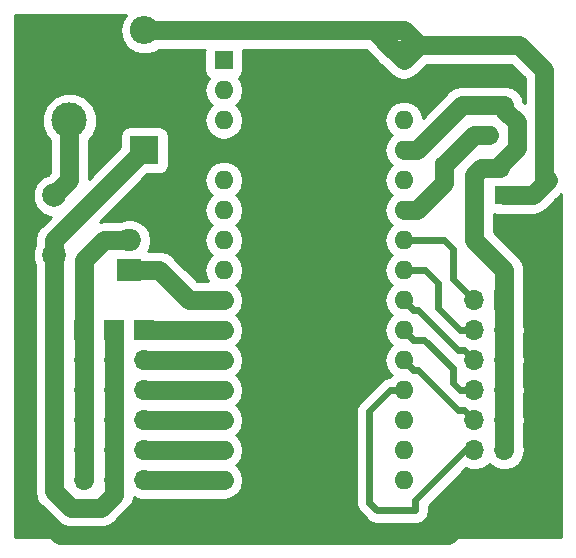
<source format=gbr>
G04 #@! TF.GenerationSoftware,KiCad,Pcbnew,(5.0.1)-4*
G04 #@! TF.CreationDate,2020-10-18T21:08:22+02:00*
G04 #@! TF.ProjectId,Linky_hot_water_controller,4C696E6B795F686F745F77617465725F,rev?*
G04 #@! TF.SameCoordinates,PX6422c40PY7270e00*
G04 #@! TF.FileFunction,Copper,L2,Bot,Signal*
G04 #@! TF.FilePolarity,Positive*
%FSLAX46Y46*%
G04 Gerber Fmt 4.6, Leading zero omitted, Abs format (unit mm)*
G04 Created by KiCad (PCBNEW (5.0.1)-4) date 18/10/2020 21:08:22*
%MOMM*%
%LPD*%
G01*
G04 APERTURE LIST*
G04 #@! TA.AperFunction,ComponentPad*
%ADD10R,1.600000X1.600000*%
G04 #@! TD*
G04 #@! TA.AperFunction,ComponentPad*
%ADD11C,1.600000*%
G04 #@! TD*
G04 #@! TA.AperFunction,ComponentPad*
%ADD12R,2.400000X2.400000*%
G04 #@! TD*
G04 #@! TA.AperFunction,ComponentPad*
%ADD13O,2.400000X2.400000*%
G04 #@! TD*
G04 #@! TA.AperFunction,ComponentPad*
%ADD14C,2.000000*%
G04 #@! TD*
G04 #@! TA.AperFunction,ComponentPad*
%ADD15R,3.000000X3.000000*%
G04 #@! TD*
G04 #@! TA.AperFunction,ComponentPad*
%ADD16C,3.000000*%
G04 #@! TD*
G04 #@! TA.AperFunction,ComponentPad*
%ADD17O,1.700000X1.700000*%
G04 #@! TD*
G04 #@! TA.AperFunction,ComponentPad*
%ADD18R,1.700000X1.700000*%
G04 #@! TD*
G04 #@! TA.AperFunction,ComponentPad*
%ADD19R,2.000000X1.905000*%
G04 #@! TD*
G04 #@! TA.AperFunction,ComponentPad*
%ADD20O,2.000000X1.905000*%
G04 #@! TD*
G04 #@! TA.AperFunction,ComponentPad*
%ADD21O,1.600000X1.600000*%
G04 #@! TD*
G04 #@! TA.AperFunction,Conductor*
%ADD22C,0.600000*%
G04 #@! TD*
G04 #@! TA.AperFunction,Conductor*
%ADD23C,1.600000*%
G04 #@! TD*
G04 #@! TA.AperFunction,Conductor*
%ADD24C,0.254000*%
G04 #@! TD*
G04 APERTURE END LIST*
D10*
G04 #@! TO.P,C1,1*
G04 #@! TO.N,+6V*
X42320000Y29830000D03*
D11*
G04 #@! TO.P,C1,2*
G04 #@! TO.N,GND*
X42320000Y27330000D03*
G04 #@! TD*
D12*
G04 #@! TO.P,D1,1*
G04 #@! TO.N,+BATT*
X11840000Y33640000D03*
D13*
G04 #@! TO.P,D1,2*
G04 #@! TO.N,+6V*
X11840000Y43800000D03*
G04 #@! TD*
D14*
G04 #@! TO.P,F1,1*
G04 #@! TO.N,Net-(F1-Pad1)*
X4220000Y29830000D03*
G04 #@! TO.P,F1,2*
G04 #@! TO.N,+BATT*
X4210000Y24750000D03*
G04 #@! TD*
D15*
G04 #@! TO.P,J1,1*
G04 #@! TO.N,GND*
X5490000Y41260000D03*
D16*
G04 #@! TO.P,J1,2*
G04 #@! TO.N,Net-(F1-Pad1)*
X5490000Y36180000D03*
G04 #@! TD*
D17*
G04 #@! TO.P,J2,6*
G04 #@! TO.N,+BATT*
X9300000Y5700000D03*
G04 #@! TO.P,J2,5*
X9300000Y8240000D03*
G04 #@! TO.P,J2,4*
X9300000Y10780000D03*
G04 #@! TO.P,J2,3*
X9300000Y13320000D03*
G04 #@! TO.P,J2,2*
X9300000Y15860000D03*
D18*
G04 #@! TO.P,J2,1*
X9300000Y18400000D03*
G04 #@! TD*
G04 #@! TO.P,J3,1*
G04 #@! TO.N,Net-(J3-Pad1)*
X6760000Y18400000D03*
D17*
G04 #@! TO.P,J3,2*
X6760000Y15860000D03*
G04 #@! TO.P,J3,3*
X6760000Y13320000D03*
G04 #@! TO.P,J3,4*
X6760000Y10780000D03*
G04 #@! TO.P,J3,5*
X6760000Y8240000D03*
G04 #@! TO.P,J3,6*
X6760000Y5700000D03*
G04 #@! TD*
G04 #@! TO.P,J4,6*
G04 #@! TO.N,Net-(A1-Pad15)*
X11840000Y5700000D03*
G04 #@! TO.P,J4,5*
G04 #@! TO.N,Net-(A1-Pad14)*
X11840000Y8240000D03*
G04 #@! TO.P,J4,4*
G04 #@! TO.N,Net-(A1-Pad13)*
X11840000Y10780000D03*
G04 #@! TO.P,J4,3*
G04 #@! TO.N,Net-(A1-Pad12)*
X11840000Y13320000D03*
G04 #@! TO.P,J4,2*
G04 #@! TO.N,Net-(A1-Pad11)*
X11840000Y15860000D03*
D18*
G04 #@! TO.P,J4,1*
G04 #@! TO.N,Net-(A1-Pad10)*
X11840000Y18400000D03*
G04 #@! TD*
G04 #@! TO.P,J5,1*
G04 #@! TO.N,GND*
X39780000Y5700000D03*
D17*
G04 #@! TO.P,J5,2*
G04 #@! TO.N,Net-(A1-Pad19)*
X39780000Y8240000D03*
G04 #@! TO.P,J5,3*
G04 #@! TO.N,Net-(A1-Pad20)*
X39780000Y10780000D03*
G04 #@! TO.P,J5,4*
G04 #@! TO.N,Net-(A1-Pad21)*
X39780000Y13320000D03*
G04 #@! TO.P,J5,5*
G04 #@! TO.N,Net-(A1-Pad22)*
X39780000Y15860000D03*
G04 #@! TO.P,J5,6*
G04 #@! TO.N,Net-(A1-Pad23)*
X39780000Y18400000D03*
G04 #@! TO.P,J5,7*
G04 #@! TO.N,Net-(A1-Pad24)*
X39780000Y20940000D03*
G04 #@! TD*
D18*
G04 #@! TO.P,J6,1*
G04 #@! TO.N,GND*
X44860000Y8240000D03*
D17*
G04 #@! TO.P,J6,2*
X44860000Y10780000D03*
G04 #@! TO.P,J6,3*
X44860000Y13320000D03*
G04 #@! TO.P,J6,4*
X44860000Y15860000D03*
G04 #@! TO.P,J6,5*
X44860000Y18400000D03*
G04 #@! TO.P,J6,6*
X44860000Y20940000D03*
G04 #@! TD*
D18*
G04 #@! TO.P,J7,1*
G04 #@! TO.N,+5V*
X42320000Y20940000D03*
D17*
G04 #@! TO.P,J7,2*
X42320000Y18400000D03*
G04 #@! TO.P,J7,3*
X42320000Y15860000D03*
G04 #@! TO.P,J7,4*
X42320000Y13320000D03*
G04 #@! TO.P,J7,5*
X42320000Y10780000D03*
G04 #@! TO.P,J7,6*
X42320000Y8240000D03*
G04 #@! TD*
D19*
G04 #@! TO.P,Q1,1*
G04 #@! TO.N,/Enable_servos*
X10570000Y23480000D03*
D20*
G04 #@! TO.P,Q1,2*
G04 #@! TO.N,Net-(J3-Pad1)*
X10570000Y26020000D03*
G04 #@! TO.P,Q1,3*
G04 #@! TO.N,GND*
X10570000Y28560000D03*
G04 #@! TD*
D11*
G04 #@! TO.P,R1,1*
G04 #@! TO.N,/Enable_servos*
X14380000Y22210000D03*
D21*
G04 #@! TO.P,R1,2*
G04 #@! TO.N,GND*
X14380000Y29830000D03*
G04 #@! TD*
G04 #@! TO.P,R2,2*
G04 #@! TO.N,/V_battery_control*
X41050000Y34910000D03*
D11*
G04 #@! TO.P,R2,1*
G04 #@! TO.N,+6V*
X41050000Y42530000D03*
G04 #@! TD*
G04 #@! TO.P,R3,1*
G04 #@! TO.N,/V_battery_control*
X37240000Y32370000D03*
D21*
G04 #@! TO.P,R3,2*
G04 #@! TO.N,GND*
X37240000Y39990000D03*
G04 #@! TD*
D10*
G04 #@! TO.P,A1,1*
G04 #@! TO.N,N/C*
X18555001Y41260000D03*
D21*
G04 #@! TO.P,A1,17*
X33795001Y8240000D03*
G04 #@! TO.P,A1,2*
X18555001Y38720000D03*
G04 #@! TO.P,A1,18*
X33795001Y10780000D03*
G04 #@! TO.P,A1,3*
X18555001Y36180000D03*
G04 #@! TO.P,A1,19*
G04 #@! TO.N,Net-(A1-Pad19)*
X33795001Y13320000D03*
G04 #@! TO.P,A1,4*
G04 #@! TO.N,GND*
X18555001Y33640000D03*
G04 #@! TO.P,A1,20*
G04 #@! TO.N,Net-(A1-Pad20)*
X33795001Y15860000D03*
G04 #@! TO.P,A1,5*
G04 #@! TO.N,N/C*
X18555001Y31100000D03*
G04 #@! TO.P,A1,21*
G04 #@! TO.N,Net-(A1-Pad21)*
X33795001Y18400000D03*
G04 #@! TO.P,A1,6*
G04 #@! TO.N,N/C*
X18555001Y28560000D03*
G04 #@! TO.P,A1,22*
G04 #@! TO.N,Net-(A1-Pad22)*
X33795001Y20940000D03*
G04 #@! TO.P,A1,7*
G04 #@! TO.N,N/C*
X18555001Y26020000D03*
G04 #@! TO.P,A1,23*
G04 #@! TO.N,Net-(A1-Pad23)*
X33795001Y23480000D03*
G04 #@! TO.P,A1,8*
G04 #@! TO.N,N/C*
X18555001Y23480000D03*
G04 #@! TO.P,A1,24*
G04 #@! TO.N,Net-(A1-Pad24)*
X33795001Y26020000D03*
G04 #@! TO.P,A1,9*
G04 #@! TO.N,/Enable_servos*
X18555001Y20940000D03*
G04 #@! TO.P,A1,25*
G04 #@! TO.N,/V_battery_control*
X33795001Y28560000D03*
G04 #@! TO.P,A1,10*
G04 #@! TO.N,Net-(A1-Pad10)*
X18555001Y18400000D03*
G04 #@! TO.P,A1,26*
G04 #@! TO.N,N/C*
X33795001Y31100000D03*
G04 #@! TO.P,A1,11*
G04 #@! TO.N,Net-(A1-Pad11)*
X18555001Y15860000D03*
G04 #@! TO.P,A1,27*
G04 #@! TO.N,+5V*
X33795001Y33640000D03*
G04 #@! TO.P,A1,12*
G04 #@! TO.N,Net-(A1-Pad12)*
X18555001Y13320000D03*
G04 #@! TO.P,A1,28*
G04 #@! TO.N,N/C*
X33795001Y36180000D03*
G04 #@! TO.P,A1,13*
G04 #@! TO.N,Net-(A1-Pad13)*
X18555001Y10780000D03*
G04 #@! TO.P,A1,29*
G04 #@! TO.N,GND*
X33795001Y38720000D03*
G04 #@! TO.P,A1,14*
G04 #@! TO.N,Net-(A1-Pad14)*
X18555001Y8240000D03*
G04 #@! TO.P,A1,30*
G04 #@! TO.N,+6V*
X33795001Y41260000D03*
G04 #@! TO.P,A1,15*
G04 #@! TO.N,Net-(A1-Pad15)*
X18555001Y5700000D03*
G04 #@! TO.P,A1,16*
G04 #@! TO.N,N/C*
X33795001Y5700000D03*
G04 #@! TD*
D22*
G04 #@! TO.N,Net-(A1-Pad19)*
X31525000Y3160000D02*
X34784402Y3160000D01*
X30890000Y3795000D02*
X31525000Y3160000D01*
X30890000Y11546369D02*
X30890000Y3795000D01*
X32663631Y13320000D02*
X30890000Y11546369D01*
X33795001Y13320000D02*
X32663631Y13320000D01*
X38999003Y8240000D02*
X39780000Y8240000D01*
X34784402Y4025399D02*
X38999003Y8240000D01*
X34784402Y3160000D02*
X34784402Y4025399D01*
G04 #@! TO.N,Net-(A1-Pad20)*
X38930001Y11629999D02*
X39780000Y10780000D01*
X38429429Y11629999D02*
X38930001Y11629999D01*
X34999427Y15060001D02*
X38429429Y11629999D01*
X34595000Y15060001D02*
X34999427Y15060001D01*
X33795001Y15860000D02*
X34595000Y15060001D01*
G04 #@! TO.N,Net-(A1-Pad21)*
X38577919Y13320000D02*
X39780000Y13320000D01*
X37929999Y13967920D02*
X38577919Y13320000D01*
X37929999Y15170001D02*
X37929999Y13967920D01*
X35499999Y17600001D02*
X37929999Y15170001D01*
X34595000Y17600001D02*
X35499999Y17600001D01*
X33795001Y18400000D02*
X34595000Y17600001D01*
G04 #@! TO.N,Net-(A1-Pad22)*
X38930001Y16709999D02*
X39780000Y15860000D01*
X38429430Y16709999D02*
X38930001Y16709999D01*
X34999427Y20140001D02*
X38429430Y16709999D01*
X34595000Y20140001D02*
X34999427Y20140001D01*
X33795001Y20940000D02*
X34595000Y20140001D01*
G04 #@! TO.N,Net-(A1-Pad23)*
X38577919Y18400000D02*
X39780000Y18400000D01*
X36679980Y20297939D02*
X38577919Y18400000D01*
X36679980Y22389020D02*
X36679980Y20297939D01*
X35589000Y23480000D02*
X36679980Y22389020D01*
X33795001Y23480000D02*
X35589000Y23480000D01*
G04 #@! TO.N,Net-(A1-Pad24)*
X38930001Y21789999D02*
X39780000Y20940000D01*
X37979990Y22740010D02*
X38930001Y21789999D01*
X37979990Y25280010D02*
X37979990Y22740010D01*
X37240000Y26020000D02*
X37979990Y25280010D01*
X33795001Y26020000D02*
X37240000Y26020000D01*
D23*
G04 #@! TO.N,/Enable_servos*
X14380000Y22210000D02*
X15650000Y20940000D01*
X15650000Y20940000D02*
X18555001Y20940000D01*
X10570000Y23480000D02*
X13110000Y23480000D01*
X13110000Y23480000D02*
X14380000Y22210000D01*
G04 #@! TO.N,/V_battery_control*
X37240000Y32370000D02*
X39780000Y34910000D01*
X39780000Y34910000D02*
X41050000Y34910000D01*
X33795001Y28560000D02*
X34926371Y28560000D01*
X34926371Y28560000D02*
X37240000Y30873629D01*
X37240000Y30873629D02*
X37240000Y31238630D01*
X37240000Y31238630D02*
X37240000Y32370000D01*
G04 #@! TO.N,Net-(A1-Pad10)*
X11840000Y18400000D02*
X18555001Y18400000D01*
G04 #@! TO.N,Net-(A1-Pad11)*
X18555001Y15860000D02*
X11840000Y15860000D01*
G04 #@! TO.N,+5V*
X39780000Y26020000D02*
X42320000Y23480000D01*
X39780000Y31590002D02*
X39780000Y26020000D01*
X40320008Y32130001D02*
X40319999Y32130001D01*
X40320008Y32130010D02*
X40320008Y32130001D01*
X40319999Y32130001D02*
X39780000Y31590002D01*
X43350001Y36014001D02*
X43350001Y33805999D01*
X42320000Y37044002D02*
X43350001Y36014001D01*
X42320000Y37450000D02*
X42320000Y37044002D01*
X38736371Y37450000D02*
X42320000Y37450000D01*
X34926371Y33640000D02*
X38736371Y37450000D01*
X33795001Y33640000D02*
X34926371Y33640000D01*
X43350001Y33805999D02*
X41914002Y32370000D01*
X41914002Y32370000D02*
X41914002Y32130010D01*
X41914002Y32130010D02*
X40320008Y32130010D01*
X40320008Y32130010D02*
X39780000Y31590002D01*
X42320000Y21878002D02*
X42320000Y20940000D01*
X42320000Y20940000D02*
X42320000Y8240000D01*
X42320000Y23480000D02*
X42320000Y21878002D01*
G04 #@! TO.N,Net-(A1-Pad12)*
X11840000Y13320000D02*
X18555001Y13320000D01*
G04 #@! TO.N,Net-(A1-Pad13)*
X18555001Y10780000D02*
X11840000Y10780000D01*
G04 #@! TO.N,Net-(A1-Pad14)*
X11840000Y8240000D02*
X18555001Y8240000D01*
G04 #@! TO.N,+6V*
X45990000Y31100000D02*
X44720000Y29830000D01*
X34700000Y42164999D02*
X35065001Y42530000D01*
X33795001Y41260000D02*
X34700000Y42164999D01*
X32160000Y43800000D02*
X33795001Y43800000D01*
X31255001Y43800000D02*
X32160000Y43800000D01*
X32160000Y43800000D02*
X32160000Y42895001D01*
X32160000Y42895001D02*
X32890002Y42164999D01*
X32890002Y42164999D02*
X34700000Y42164999D01*
X33795001Y43800000D02*
X35065001Y42530000D01*
X42320000Y29830000D02*
X44720000Y29830000D01*
X44720000Y29830000D02*
X45650011Y30760011D01*
X45650011Y30760011D02*
X45650011Y40469989D01*
X45650011Y40469989D02*
X43590000Y42530000D01*
X41050000Y42530000D02*
X43590000Y42530000D01*
X35065001Y42530000D02*
X41050000Y42530000D01*
X11840000Y43800000D02*
X31255001Y43800000D01*
X31255001Y43800000D02*
X33795001Y41260000D01*
G04 #@! TO.N,Net-(A1-Pad15)*
X18555001Y5700000D02*
X11840000Y5700000D01*
G04 #@! TO.N,GND*
X33795001Y38720000D02*
X35970000Y38720000D01*
X35970000Y38720000D02*
X37240000Y39990000D01*
X42320000Y27330000D02*
X44860000Y24790000D01*
X44860000Y20940000D02*
X44860000Y8240000D01*
X18555001Y33640000D02*
X19686371Y33640000D01*
X19686371Y33640000D02*
X24766371Y38720000D01*
X24766371Y38720000D02*
X32663631Y38720000D01*
X32663631Y38720000D02*
X33795001Y38720000D01*
X15788630Y32370000D02*
X17058630Y33640000D01*
X14380000Y30961370D02*
X15788630Y32370000D01*
X14193998Y37450000D02*
X14193998Y36340001D01*
X14193998Y36340001D02*
X14240001Y36340001D01*
X14240001Y36340001D02*
X15788630Y34791372D01*
X15788630Y34791372D02*
X15788630Y32370000D01*
X5490000Y41260000D02*
X10383998Y41260000D01*
X10383998Y41260000D02*
X14193998Y37450000D01*
X14380000Y29830000D02*
X14380000Y30961370D01*
X17058630Y33640000D02*
X17423631Y33640000D01*
X17423631Y33640000D02*
X18555001Y33640000D01*
X10570000Y28560000D02*
X13110000Y28560000D01*
X13110000Y28560000D02*
X14380000Y29830000D01*
X39780000Y3250000D02*
X39780000Y5700000D01*
X5490000Y41260000D02*
X2390000Y41260000D01*
X2390000Y41260000D02*
X1680000Y40550000D01*
X1680000Y40550000D02*
X1680000Y4049293D01*
X1680000Y4049293D02*
X4679304Y1049989D01*
X4679304Y1049989D02*
X37579989Y1049989D01*
X37579989Y1049989D02*
X39780000Y3250000D01*
X42230000Y5700000D02*
X39780000Y5700000D01*
X44770000Y5700000D02*
X42230000Y5700000D01*
X44860000Y5790000D02*
X44770000Y5700000D01*
X44860000Y8240000D02*
X44860000Y5790000D01*
X44860000Y24790000D02*
X44860000Y20940000D01*
G04 #@! TO.N,+BATT*
X11840000Y33640000D02*
X4210000Y26010000D01*
X4210000Y26010000D02*
X4210000Y24750000D01*
X4210000Y24750000D02*
X4210000Y4771998D01*
X4210000Y4771998D02*
X5631999Y3349999D01*
X5631999Y3349999D02*
X8152080Y3349999D01*
X8152080Y3349999D02*
X9300000Y4497919D01*
X9300000Y4497919D02*
X9300000Y5700000D01*
X9300000Y18400000D02*
X9300000Y5700000D01*
G04 #@! TO.N,Net-(F1-Pad1)*
X5490000Y36180000D02*
X5490000Y31100000D01*
X5490000Y31100000D02*
X4220000Y29830000D01*
G04 #@! TO.N,Net-(J3-Pad1)*
X6760000Y18400000D02*
X6760000Y5700000D01*
X10570000Y26020000D02*
X8457498Y26020000D01*
X8457498Y26020000D02*
X6760000Y24322502D01*
X6760000Y24322502D02*
X6760000Y20850000D01*
X6760000Y20850000D02*
X6760000Y18400000D01*
G04 #@! TD*
D24*
G04 #@! TO.N,GND*
G36*
X9930608Y44590896D02*
X9773289Y43800000D01*
X9930608Y43009104D01*
X10378615Y42338615D01*
X11049104Y41890608D01*
X11640359Y41773000D01*
X12039641Y41773000D01*
X12630896Y41890608D01*
X13053525Y42173000D01*
X16934277Y42173000D01*
X16911800Y42060000D01*
X16911800Y40460000D01*
X16975985Y40137321D01*
X17158768Y39863767D01*
X17299593Y39769671D01*
X17022401Y39354824D01*
X16896127Y38720000D01*
X17022401Y38085176D01*
X17382000Y37546999D01*
X17527169Y37450000D01*
X17382000Y37353001D01*
X17022401Y36814824D01*
X16896127Y36180000D01*
X17022401Y35545176D01*
X17382000Y35006999D01*
X17920177Y34647400D01*
X18394759Y34553000D01*
X18715243Y34553000D01*
X19189825Y34647400D01*
X19728002Y35006999D01*
X20087601Y35545176D01*
X20213875Y36180000D01*
X20087601Y36814824D01*
X19728002Y37353001D01*
X19582833Y37450000D01*
X19728002Y37546999D01*
X20087601Y38085176D01*
X20213875Y38720000D01*
X20087601Y39354824D01*
X19810409Y39769671D01*
X19951234Y39863767D01*
X20134017Y40137321D01*
X20198202Y40460000D01*
X20198202Y42060000D01*
X20175725Y42173000D01*
X30581077Y42173000D01*
X30896229Y41857847D01*
X30987000Y41722000D01*
X31122846Y41631230D01*
X31626230Y41127847D01*
X31717001Y40991998D01*
X31852848Y40901228D01*
X32531229Y40222847D01*
X32622000Y40086999D01*
X33160177Y39727400D01*
X33634759Y39633000D01*
X33634763Y39633000D01*
X33795000Y39601127D01*
X33795001Y39601127D01*
X33955239Y39633000D01*
X33955243Y39633000D01*
X34429825Y39727400D01*
X34968002Y40086999D01*
X35058774Y40222849D01*
X35737154Y40901228D01*
X35739806Y40903000D01*
X42916076Y40903000D01*
X44023012Y39796063D01*
X44023012Y37641914D01*
X43920262Y37744664D01*
X43852600Y38084824D01*
X43493001Y38623001D01*
X42954824Y38982600D01*
X42480242Y39077000D01*
X42320000Y39108874D01*
X42159758Y39077000D01*
X38896613Y39077000D01*
X38736371Y39108874D01*
X38101547Y38982600D01*
X37699216Y38713771D01*
X37699215Y38713770D01*
X37563370Y38623001D01*
X37472601Y38487156D01*
X35406022Y36420576D01*
X35327601Y36814824D01*
X34968002Y37353001D01*
X34429825Y37712600D01*
X33955243Y37807000D01*
X33634759Y37807000D01*
X33160177Y37712600D01*
X32622000Y37353001D01*
X32262401Y36814824D01*
X32136127Y36180000D01*
X32262401Y35545176D01*
X32622000Y35006999D01*
X32767169Y34910000D01*
X32622000Y34813001D01*
X32262401Y34274824D01*
X32136127Y33640000D01*
X32262401Y33005176D01*
X32622000Y32466999D01*
X32767169Y32370000D01*
X32622000Y32273001D01*
X32262401Y31734824D01*
X32136127Y31100000D01*
X32262401Y30465176D01*
X32622000Y29926999D01*
X32767169Y29830000D01*
X32622000Y29733001D01*
X32262401Y29194824D01*
X32136127Y28560000D01*
X32262401Y27925176D01*
X32622000Y27386999D01*
X32767169Y27290000D01*
X32622000Y27193001D01*
X32262401Y26654824D01*
X32136127Y26020000D01*
X32262401Y25385176D01*
X32622000Y24846999D01*
X32767169Y24750000D01*
X32622000Y24653001D01*
X32262401Y24114824D01*
X32136127Y23480000D01*
X32262401Y22845176D01*
X32622000Y22306999D01*
X32767169Y22210000D01*
X32622000Y22113001D01*
X32262401Y21574824D01*
X32136127Y20940000D01*
X32262401Y20305176D01*
X32622000Y19766999D01*
X32767169Y19670000D01*
X32622000Y19573001D01*
X32262401Y19034824D01*
X32136127Y18400000D01*
X32262401Y17765176D01*
X32622000Y17226999D01*
X32767169Y17130000D01*
X32622000Y17033001D01*
X32262401Y16494824D01*
X32136127Y15860000D01*
X32262401Y15225176D01*
X32622000Y14686999D01*
X32767169Y14590000D01*
X32622000Y14493001D01*
X32597185Y14455862D01*
X32552632Y14447000D01*
X32223898Y14381611D01*
X32223897Y14381610D01*
X32223896Y14381610D01*
X32187783Y14357480D01*
X31851109Y14132522D01*
X31788233Y14038421D01*
X30171582Y12421769D01*
X30077478Y12358891D01*
X29884270Y12069733D01*
X29830359Y11989049D01*
X29828389Y11986101D01*
X29788865Y11787400D01*
X29740921Y11546369D01*
X29763000Y11435371D01*
X29763001Y3906003D01*
X29740921Y3795000D01*
X29828390Y3355266D01*
X29905811Y3239398D01*
X30077479Y2982478D01*
X30171581Y2919601D01*
X30649598Y2441585D01*
X30712478Y2347478D01*
X31085267Y2098389D01*
X31414001Y2033000D01*
X31414002Y2033000D01*
X31525000Y2010921D01*
X31635998Y2033000D01*
X34673403Y2033000D01*
X34784402Y2010921D01*
X34895401Y2033000D01*
X35224135Y2098389D01*
X35596924Y2347478D01*
X35846013Y2720267D01*
X35933481Y3160000D01*
X35911402Y3270999D01*
X35911402Y3558581D01*
X39058202Y6705380D01*
X39125667Y6660301D01*
X39614832Y6563000D01*
X39945168Y6563000D01*
X40434333Y6660301D01*
X40989049Y7030951D01*
X41050000Y7122170D01*
X41110951Y7030951D01*
X41665667Y6660301D01*
X42154832Y6563000D01*
X42485168Y6563000D01*
X42974333Y6660301D01*
X43529049Y7030951D01*
X43899699Y7585667D01*
X44029854Y8240000D01*
X43947000Y8656535D01*
X43947000Y10363465D01*
X44029854Y10780000D01*
X43947000Y11196535D01*
X43947000Y12903465D01*
X44029854Y13320000D01*
X43947000Y13736535D01*
X43947000Y15443465D01*
X44029854Y15860000D01*
X43947000Y16276535D01*
X43947000Y17983465D01*
X44029854Y18400000D01*
X43947000Y18816535D01*
X43947000Y19764304D01*
X43949016Y19767321D01*
X44013201Y20090000D01*
X44013201Y21790000D01*
X43949016Y22112679D01*
X43947000Y22115696D01*
X43947000Y23319764D01*
X43978873Y23480001D01*
X43947000Y23640238D01*
X43947000Y23640242D01*
X43852600Y24114824D01*
X43493001Y24653001D01*
X43357154Y24743771D01*
X41407000Y26693924D01*
X41407000Y28209276D01*
X41520000Y28186799D01*
X43120000Y28186799D01*
X43201448Y28203000D01*
X44559762Y28203000D01*
X44720000Y28171127D01*
X44880238Y28203000D01*
X44880242Y28203000D01*
X45354824Y28297400D01*
X45893001Y28656999D01*
X45983773Y28792849D01*
X46687164Y29496239D01*
X46823012Y29587010D01*
X46913783Y29722858D01*
X47098000Y29907075D01*
X47098001Y902000D01*
X902000Y902000D01*
X902000Y25113413D01*
X2383000Y25113413D01*
X2383000Y24386587D01*
X2583000Y23903744D01*
X2583001Y4932241D01*
X2551127Y4771998D01*
X2677400Y4137175D01*
X2787418Y3972522D01*
X3037000Y3598997D01*
X3172847Y3508227D01*
X4368227Y2312846D01*
X4458998Y2176998D01*
X4997175Y1817399D01*
X5471757Y1722999D01*
X5471760Y1722999D01*
X5631998Y1691126D01*
X5792236Y1722999D01*
X7991842Y1722999D01*
X8152080Y1691126D01*
X8312318Y1722999D01*
X8312322Y1722999D01*
X8786904Y1817399D01*
X9325081Y2176998D01*
X9415853Y2312848D01*
X10337153Y3234148D01*
X10473001Y3324918D01*
X10832600Y3863095D01*
X10919180Y4298362D01*
X11185667Y4120301D01*
X11674832Y4023000D01*
X12005168Y4023000D01*
X12256535Y4073000D01*
X18715243Y4073000D01*
X19189825Y4167400D01*
X19728002Y4526999D01*
X20087601Y5065176D01*
X20213875Y5700000D01*
X20087601Y6334824D01*
X19728002Y6873001D01*
X19582833Y6970000D01*
X19728002Y7066999D01*
X20087601Y7605176D01*
X20213875Y8240000D01*
X20087601Y8874824D01*
X19728002Y9413001D01*
X19582833Y9510000D01*
X19728002Y9606999D01*
X20087601Y10145176D01*
X20213875Y10780000D01*
X20087601Y11414824D01*
X19728002Y11953001D01*
X19582833Y12050000D01*
X19728002Y12146999D01*
X20087601Y12685176D01*
X20213875Y13320000D01*
X20087601Y13954824D01*
X19728002Y14493001D01*
X19582833Y14590000D01*
X19728002Y14686999D01*
X20087601Y15225176D01*
X20213875Y15860000D01*
X20087601Y16494824D01*
X19728002Y17033001D01*
X19582833Y17130000D01*
X19728002Y17226999D01*
X20087601Y17765176D01*
X20213875Y18400000D01*
X20087601Y19034824D01*
X19728002Y19573001D01*
X19582833Y19670000D01*
X19728002Y19766999D01*
X20087601Y20305176D01*
X20213875Y20940000D01*
X20087601Y21574824D01*
X19728002Y22113001D01*
X19582833Y22210000D01*
X19728002Y22306999D01*
X20087601Y22845176D01*
X20213875Y23480000D01*
X20087601Y24114824D01*
X19728002Y24653001D01*
X19582833Y24750000D01*
X19728002Y24846999D01*
X20087601Y25385176D01*
X20213875Y26020000D01*
X20087601Y26654824D01*
X19728002Y27193001D01*
X19582833Y27290000D01*
X19728002Y27386999D01*
X20087601Y27925176D01*
X20213875Y28560000D01*
X20087601Y29194824D01*
X19728002Y29733001D01*
X19582833Y29830000D01*
X19728002Y29926999D01*
X20087601Y30465176D01*
X20213875Y31100000D01*
X20087601Y31734824D01*
X19728002Y32273001D01*
X19189825Y32632600D01*
X18715243Y32727000D01*
X18394759Y32727000D01*
X17920177Y32632600D01*
X17382000Y32273001D01*
X17022401Y31734824D01*
X16896127Y31100000D01*
X17022401Y30465176D01*
X17382000Y29926999D01*
X17527169Y29830000D01*
X17382000Y29733001D01*
X17022401Y29194824D01*
X16896127Y28560000D01*
X17022401Y27925176D01*
X17382000Y27386999D01*
X17527169Y27290000D01*
X17382000Y27193001D01*
X17022401Y26654824D01*
X16896127Y26020000D01*
X17022401Y25385176D01*
X17382000Y24846999D01*
X17527169Y24750000D01*
X17382000Y24653001D01*
X17022401Y24114824D01*
X16896127Y23480000D01*
X17022401Y22845176D01*
X17208273Y22567000D01*
X16323925Y22567000D01*
X15759305Y23131619D01*
X15759304Y23131622D01*
X15301622Y23589304D01*
X15301620Y23589305D01*
X14373773Y24517151D01*
X14283001Y24653001D01*
X13744824Y25012600D01*
X13270242Y25107000D01*
X13270238Y25107000D01*
X13110000Y25138873D01*
X12949762Y25107000D01*
X12147639Y25107000D01*
X12293752Y25325674D01*
X12431862Y26020000D01*
X12293752Y26714326D01*
X11900448Y27302948D01*
X11311826Y27696252D01*
X10792763Y27799500D01*
X10347237Y27799500D01*
X9828174Y27696252D01*
X9754463Y27647000D01*
X8617740Y27647000D01*
X8457498Y27678874D01*
X8110845Y27609921D01*
X12097724Y31596799D01*
X13040000Y31596799D01*
X13362679Y31660984D01*
X13636233Y31843767D01*
X13819016Y32117321D01*
X13883201Y32440000D01*
X13883201Y34840000D01*
X13819016Y35162679D01*
X13636233Y35436233D01*
X13362679Y35619016D01*
X13040000Y35683201D01*
X10640000Y35683201D01*
X10317321Y35619016D01*
X10043767Y35436233D01*
X9860984Y35162679D01*
X9796799Y34840000D01*
X9796799Y33897724D01*
X7124020Y31224945D01*
X7117000Y31260237D01*
X7117000Y34516124D01*
X7462736Y34861860D01*
X7817000Y35717131D01*
X7817000Y36642869D01*
X7462736Y37498140D01*
X6808140Y38152736D01*
X5952869Y38507000D01*
X5027131Y38507000D01*
X4171860Y38152736D01*
X3517264Y37498140D01*
X3163000Y36642869D01*
X3163000Y35717131D01*
X3517264Y34861860D01*
X3863000Y34516124D01*
X3863001Y31773925D01*
X3667932Y31578857D01*
X3185088Y31378856D01*
X2671144Y30864912D01*
X2393000Y30193413D01*
X2393000Y29466587D01*
X2671144Y28795088D01*
X3185088Y28281144D01*
X3856587Y28003000D01*
X3902076Y28003000D01*
X3172850Y27273774D01*
X3036999Y27183001D01*
X2677400Y26644823D01*
X2583000Y26170241D01*
X2583000Y26170238D01*
X2551127Y26010000D01*
X2583000Y25849762D01*
X2583000Y25596256D01*
X2383000Y25113413D01*
X902000Y25113413D01*
X902000Y45098000D01*
X10269444Y45098000D01*
X9930608Y44590896D01*
X9930608Y44590896D01*
G37*
X9930608Y44590896D02*
X9773289Y43800000D01*
X9930608Y43009104D01*
X10378615Y42338615D01*
X11049104Y41890608D01*
X11640359Y41773000D01*
X12039641Y41773000D01*
X12630896Y41890608D01*
X13053525Y42173000D01*
X16934277Y42173000D01*
X16911800Y42060000D01*
X16911800Y40460000D01*
X16975985Y40137321D01*
X17158768Y39863767D01*
X17299593Y39769671D01*
X17022401Y39354824D01*
X16896127Y38720000D01*
X17022401Y38085176D01*
X17382000Y37546999D01*
X17527169Y37450000D01*
X17382000Y37353001D01*
X17022401Y36814824D01*
X16896127Y36180000D01*
X17022401Y35545176D01*
X17382000Y35006999D01*
X17920177Y34647400D01*
X18394759Y34553000D01*
X18715243Y34553000D01*
X19189825Y34647400D01*
X19728002Y35006999D01*
X20087601Y35545176D01*
X20213875Y36180000D01*
X20087601Y36814824D01*
X19728002Y37353001D01*
X19582833Y37450000D01*
X19728002Y37546999D01*
X20087601Y38085176D01*
X20213875Y38720000D01*
X20087601Y39354824D01*
X19810409Y39769671D01*
X19951234Y39863767D01*
X20134017Y40137321D01*
X20198202Y40460000D01*
X20198202Y42060000D01*
X20175725Y42173000D01*
X30581077Y42173000D01*
X30896229Y41857847D01*
X30987000Y41722000D01*
X31122846Y41631230D01*
X31626230Y41127847D01*
X31717001Y40991998D01*
X31852848Y40901228D01*
X32531229Y40222847D01*
X32622000Y40086999D01*
X33160177Y39727400D01*
X33634759Y39633000D01*
X33634763Y39633000D01*
X33795000Y39601127D01*
X33795001Y39601127D01*
X33955239Y39633000D01*
X33955243Y39633000D01*
X34429825Y39727400D01*
X34968002Y40086999D01*
X35058774Y40222849D01*
X35737154Y40901228D01*
X35739806Y40903000D01*
X42916076Y40903000D01*
X44023012Y39796063D01*
X44023012Y37641914D01*
X43920262Y37744664D01*
X43852600Y38084824D01*
X43493001Y38623001D01*
X42954824Y38982600D01*
X42480242Y39077000D01*
X42320000Y39108874D01*
X42159758Y39077000D01*
X38896613Y39077000D01*
X38736371Y39108874D01*
X38101547Y38982600D01*
X37699216Y38713771D01*
X37699215Y38713770D01*
X37563370Y38623001D01*
X37472601Y38487156D01*
X35406022Y36420576D01*
X35327601Y36814824D01*
X34968002Y37353001D01*
X34429825Y37712600D01*
X33955243Y37807000D01*
X33634759Y37807000D01*
X33160177Y37712600D01*
X32622000Y37353001D01*
X32262401Y36814824D01*
X32136127Y36180000D01*
X32262401Y35545176D01*
X32622000Y35006999D01*
X32767169Y34910000D01*
X32622000Y34813001D01*
X32262401Y34274824D01*
X32136127Y33640000D01*
X32262401Y33005176D01*
X32622000Y32466999D01*
X32767169Y32370000D01*
X32622000Y32273001D01*
X32262401Y31734824D01*
X32136127Y31100000D01*
X32262401Y30465176D01*
X32622000Y29926999D01*
X32767169Y29830000D01*
X32622000Y29733001D01*
X32262401Y29194824D01*
X32136127Y28560000D01*
X32262401Y27925176D01*
X32622000Y27386999D01*
X32767169Y27290000D01*
X32622000Y27193001D01*
X32262401Y26654824D01*
X32136127Y26020000D01*
X32262401Y25385176D01*
X32622000Y24846999D01*
X32767169Y24750000D01*
X32622000Y24653001D01*
X32262401Y24114824D01*
X32136127Y23480000D01*
X32262401Y22845176D01*
X32622000Y22306999D01*
X32767169Y22210000D01*
X32622000Y22113001D01*
X32262401Y21574824D01*
X32136127Y20940000D01*
X32262401Y20305176D01*
X32622000Y19766999D01*
X32767169Y19670000D01*
X32622000Y19573001D01*
X32262401Y19034824D01*
X32136127Y18400000D01*
X32262401Y17765176D01*
X32622000Y17226999D01*
X32767169Y17130000D01*
X32622000Y17033001D01*
X32262401Y16494824D01*
X32136127Y15860000D01*
X32262401Y15225176D01*
X32622000Y14686999D01*
X32767169Y14590000D01*
X32622000Y14493001D01*
X32597185Y14455862D01*
X32552632Y14447000D01*
X32223898Y14381611D01*
X32223897Y14381610D01*
X32223896Y14381610D01*
X32187783Y14357480D01*
X31851109Y14132522D01*
X31788233Y14038421D01*
X30171582Y12421769D01*
X30077478Y12358891D01*
X29884270Y12069733D01*
X29830359Y11989049D01*
X29828389Y11986101D01*
X29788865Y11787400D01*
X29740921Y11546369D01*
X29763000Y11435371D01*
X29763001Y3906003D01*
X29740921Y3795000D01*
X29828390Y3355266D01*
X29905811Y3239398D01*
X30077479Y2982478D01*
X30171581Y2919601D01*
X30649598Y2441585D01*
X30712478Y2347478D01*
X31085267Y2098389D01*
X31414001Y2033000D01*
X31414002Y2033000D01*
X31525000Y2010921D01*
X31635998Y2033000D01*
X34673403Y2033000D01*
X34784402Y2010921D01*
X34895401Y2033000D01*
X35224135Y2098389D01*
X35596924Y2347478D01*
X35846013Y2720267D01*
X35933481Y3160000D01*
X35911402Y3270999D01*
X35911402Y3558581D01*
X39058202Y6705380D01*
X39125667Y6660301D01*
X39614832Y6563000D01*
X39945168Y6563000D01*
X40434333Y6660301D01*
X40989049Y7030951D01*
X41050000Y7122170D01*
X41110951Y7030951D01*
X41665667Y6660301D01*
X42154832Y6563000D01*
X42485168Y6563000D01*
X42974333Y6660301D01*
X43529049Y7030951D01*
X43899699Y7585667D01*
X44029854Y8240000D01*
X43947000Y8656535D01*
X43947000Y10363465D01*
X44029854Y10780000D01*
X43947000Y11196535D01*
X43947000Y12903465D01*
X44029854Y13320000D01*
X43947000Y13736535D01*
X43947000Y15443465D01*
X44029854Y15860000D01*
X43947000Y16276535D01*
X43947000Y17983465D01*
X44029854Y18400000D01*
X43947000Y18816535D01*
X43947000Y19764304D01*
X43949016Y19767321D01*
X44013201Y20090000D01*
X44013201Y21790000D01*
X43949016Y22112679D01*
X43947000Y22115696D01*
X43947000Y23319764D01*
X43978873Y23480001D01*
X43947000Y23640238D01*
X43947000Y23640242D01*
X43852600Y24114824D01*
X43493001Y24653001D01*
X43357154Y24743771D01*
X41407000Y26693924D01*
X41407000Y28209276D01*
X41520000Y28186799D01*
X43120000Y28186799D01*
X43201448Y28203000D01*
X44559762Y28203000D01*
X44720000Y28171127D01*
X44880238Y28203000D01*
X44880242Y28203000D01*
X45354824Y28297400D01*
X45893001Y28656999D01*
X45983773Y28792849D01*
X46687164Y29496239D01*
X46823012Y29587010D01*
X46913783Y29722858D01*
X47098000Y29907075D01*
X47098001Y902000D01*
X902000Y902000D01*
X902000Y25113413D01*
X2383000Y25113413D01*
X2383000Y24386587D01*
X2583000Y23903744D01*
X2583001Y4932241D01*
X2551127Y4771998D01*
X2677400Y4137175D01*
X2787418Y3972522D01*
X3037000Y3598997D01*
X3172847Y3508227D01*
X4368227Y2312846D01*
X4458998Y2176998D01*
X4997175Y1817399D01*
X5471757Y1722999D01*
X5471760Y1722999D01*
X5631998Y1691126D01*
X5792236Y1722999D01*
X7991842Y1722999D01*
X8152080Y1691126D01*
X8312318Y1722999D01*
X8312322Y1722999D01*
X8786904Y1817399D01*
X9325081Y2176998D01*
X9415853Y2312848D01*
X10337153Y3234148D01*
X10473001Y3324918D01*
X10832600Y3863095D01*
X10919180Y4298362D01*
X11185667Y4120301D01*
X11674832Y4023000D01*
X12005168Y4023000D01*
X12256535Y4073000D01*
X18715243Y4073000D01*
X19189825Y4167400D01*
X19728002Y4526999D01*
X20087601Y5065176D01*
X20213875Y5700000D01*
X20087601Y6334824D01*
X19728002Y6873001D01*
X19582833Y6970000D01*
X19728002Y7066999D01*
X20087601Y7605176D01*
X20213875Y8240000D01*
X20087601Y8874824D01*
X19728002Y9413001D01*
X19582833Y9510000D01*
X19728002Y9606999D01*
X20087601Y10145176D01*
X20213875Y10780000D01*
X20087601Y11414824D01*
X19728002Y11953001D01*
X19582833Y12050000D01*
X19728002Y12146999D01*
X20087601Y12685176D01*
X20213875Y13320000D01*
X20087601Y13954824D01*
X19728002Y14493001D01*
X19582833Y14590000D01*
X19728002Y14686999D01*
X20087601Y15225176D01*
X20213875Y15860000D01*
X20087601Y16494824D01*
X19728002Y17033001D01*
X19582833Y17130000D01*
X19728002Y17226999D01*
X20087601Y17765176D01*
X20213875Y18400000D01*
X20087601Y19034824D01*
X19728002Y19573001D01*
X19582833Y19670000D01*
X19728002Y19766999D01*
X20087601Y20305176D01*
X20213875Y20940000D01*
X20087601Y21574824D01*
X19728002Y22113001D01*
X19582833Y22210000D01*
X19728002Y22306999D01*
X20087601Y22845176D01*
X20213875Y23480000D01*
X20087601Y24114824D01*
X19728002Y24653001D01*
X19582833Y24750000D01*
X19728002Y24846999D01*
X20087601Y25385176D01*
X20213875Y26020000D01*
X20087601Y26654824D01*
X19728002Y27193001D01*
X19582833Y27290000D01*
X19728002Y27386999D01*
X20087601Y27925176D01*
X20213875Y28560000D01*
X20087601Y29194824D01*
X19728002Y29733001D01*
X19582833Y29830000D01*
X19728002Y29926999D01*
X20087601Y30465176D01*
X20213875Y31100000D01*
X20087601Y31734824D01*
X19728002Y32273001D01*
X19189825Y32632600D01*
X18715243Y32727000D01*
X18394759Y32727000D01*
X17920177Y32632600D01*
X17382000Y32273001D01*
X17022401Y31734824D01*
X16896127Y31100000D01*
X17022401Y30465176D01*
X17382000Y29926999D01*
X17527169Y29830000D01*
X17382000Y29733001D01*
X17022401Y29194824D01*
X16896127Y28560000D01*
X17022401Y27925176D01*
X17382000Y27386999D01*
X17527169Y27290000D01*
X17382000Y27193001D01*
X17022401Y26654824D01*
X16896127Y26020000D01*
X17022401Y25385176D01*
X17382000Y24846999D01*
X17527169Y24750000D01*
X17382000Y24653001D01*
X17022401Y24114824D01*
X16896127Y23480000D01*
X17022401Y22845176D01*
X17208273Y22567000D01*
X16323925Y22567000D01*
X15759305Y23131619D01*
X15759304Y23131622D01*
X15301622Y23589304D01*
X15301620Y23589305D01*
X14373773Y24517151D01*
X14283001Y24653001D01*
X13744824Y25012600D01*
X13270242Y25107000D01*
X13270238Y25107000D01*
X13110000Y25138873D01*
X12949762Y25107000D01*
X12147639Y25107000D01*
X12293752Y25325674D01*
X12431862Y26020000D01*
X12293752Y26714326D01*
X11900448Y27302948D01*
X11311826Y27696252D01*
X10792763Y27799500D01*
X10347237Y27799500D01*
X9828174Y27696252D01*
X9754463Y27647000D01*
X8617740Y27647000D01*
X8457498Y27678874D01*
X8110845Y27609921D01*
X12097724Y31596799D01*
X13040000Y31596799D01*
X13362679Y31660984D01*
X13636233Y31843767D01*
X13819016Y32117321D01*
X13883201Y32440000D01*
X13883201Y34840000D01*
X13819016Y35162679D01*
X13636233Y35436233D01*
X13362679Y35619016D01*
X13040000Y35683201D01*
X10640000Y35683201D01*
X10317321Y35619016D01*
X10043767Y35436233D01*
X9860984Y35162679D01*
X9796799Y34840000D01*
X9796799Y33897724D01*
X7124020Y31224945D01*
X7117000Y31260237D01*
X7117000Y34516124D01*
X7462736Y34861860D01*
X7817000Y35717131D01*
X7817000Y36642869D01*
X7462736Y37498140D01*
X6808140Y38152736D01*
X5952869Y38507000D01*
X5027131Y38507000D01*
X4171860Y38152736D01*
X3517264Y37498140D01*
X3163000Y36642869D01*
X3163000Y35717131D01*
X3517264Y34861860D01*
X3863000Y34516124D01*
X3863001Y31773925D01*
X3667932Y31578857D01*
X3185088Y31378856D01*
X2671144Y30864912D01*
X2393000Y30193413D01*
X2393000Y29466587D01*
X2671144Y28795088D01*
X3185088Y28281144D01*
X3856587Y28003000D01*
X3902076Y28003000D01*
X3172850Y27273774D01*
X3036999Y27183001D01*
X2677400Y26644823D01*
X2583000Y26170241D01*
X2583000Y26170238D01*
X2551127Y26010000D01*
X2583000Y25849762D01*
X2583000Y25596256D01*
X2383000Y25113413D01*
X902000Y25113413D01*
X902000Y45098000D01*
X10269444Y45098000D01*
X9930608Y44590896D01*
G04 #@! TD*
M02*

</source>
